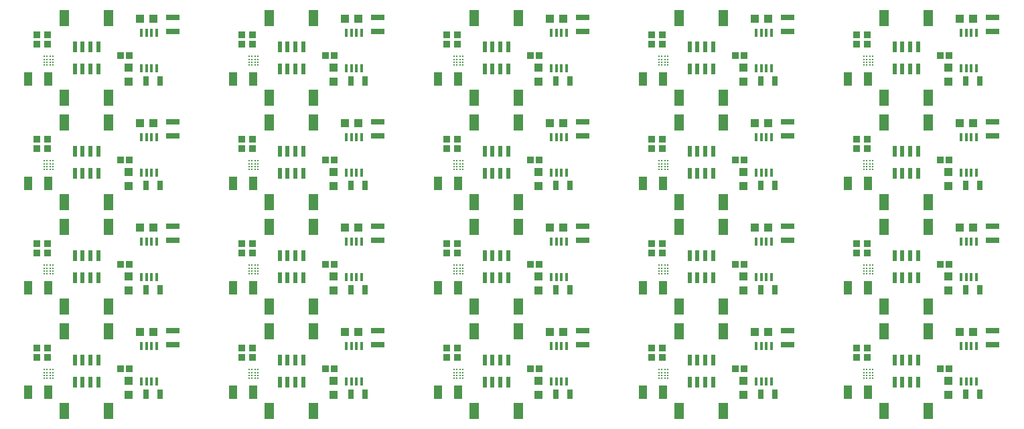
<source format=gtp>
G75*
%MOIN*%
%OFA0B0*%
%FSLAX25Y25*%
%IPPOS*%
%LPD*%
%AMOC8*
5,1,8,0,0,1.08239X$1,22.5*
%
%ADD10R,0.01575X0.04331*%
%ADD11C,0.00866*%
%ADD12R,0.03937X0.07087*%
%ADD13R,0.03937X0.04331*%
%ADD14R,0.03346X0.03543*%
%ADD15R,0.04331X0.03937*%
%ADD16R,0.03150X0.04724*%
%ADD17R,0.07087X0.03150*%
%ADD18R,0.03543X0.03346*%
%ADD19R,0.04724X0.07874*%
%ADD20R,0.02362X0.05315*%
D10*
X0105911Y0048892D03*
X0108470Y0048892D03*
X0111030Y0048892D03*
X0113589Y0048892D03*
X0113589Y0066608D03*
X0111030Y0066608D03*
X0108470Y0066608D03*
X0105911Y0066608D03*
X0105911Y0100892D03*
X0108470Y0100892D03*
X0111030Y0100892D03*
X0113589Y0100892D03*
X0113589Y0118608D03*
X0111030Y0118608D03*
X0108470Y0118608D03*
X0105911Y0118608D03*
X0105911Y0152892D03*
X0108470Y0152892D03*
X0111030Y0152892D03*
X0113589Y0152892D03*
X0113589Y0170608D03*
X0111030Y0170608D03*
X0108470Y0170608D03*
X0105911Y0170608D03*
X0105911Y0204892D03*
X0108470Y0204892D03*
X0111030Y0204892D03*
X0113589Y0204892D03*
X0113589Y0222608D03*
X0111030Y0222608D03*
X0108470Y0222608D03*
X0105911Y0222608D03*
X0207911Y0222608D03*
X0210470Y0222608D03*
X0213030Y0222608D03*
X0215589Y0222608D03*
X0215589Y0204892D03*
X0213030Y0204892D03*
X0210470Y0204892D03*
X0207911Y0204892D03*
X0207911Y0170608D03*
X0210470Y0170608D03*
X0213030Y0170608D03*
X0215589Y0170608D03*
X0215589Y0152892D03*
X0213030Y0152892D03*
X0210470Y0152892D03*
X0207911Y0152892D03*
X0207911Y0118608D03*
X0210470Y0118608D03*
X0213030Y0118608D03*
X0215589Y0118608D03*
X0215589Y0100892D03*
X0213030Y0100892D03*
X0210470Y0100892D03*
X0207911Y0100892D03*
X0207911Y0066608D03*
X0210470Y0066608D03*
X0213030Y0066608D03*
X0215589Y0066608D03*
X0215589Y0048892D03*
X0213030Y0048892D03*
X0210470Y0048892D03*
X0207911Y0048892D03*
X0309911Y0048892D03*
X0312470Y0048892D03*
X0315030Y0048892D03*
X0317589Y0048892D03*
X0317589Y0066608D03*
X0315030Y0066608D03*
X0312470Y0066608D03*
X0309911Y0066608D03*
X0309911Y0100892D03*
X0312470Y0100892D03*
X0315030Y0100892D03*
X0317589Y0100892D03*
X0317589Y0118608D03*
X0315030Y0118608D03*
X0312470Y0118608D03*
X0309911Y0118608D03*
X0309911Y0152892D03*
X0312470Y0152892D03*
X0315030Y0152892D03*
X0317589Y0152892D03*
X0317589Y0170608D03*
X0315030Y0170608D03*
X0312470Y0170608D03*
X0309911Y0170608D03*
X0309911Y0204892D03*
X0312470Y0204892D03*
X0315030Y0204892D03*
X0317589Y0204892D03*
X0317589Y0222608D03*
X0315030Y0222608D03*
X0312470Y0222608D03*
X0309911Y0222608D03*
X0411911Y0222608D03*
X0414470Y0222608D03*
X0417030Y0222608D03*
X0419589Y0222608D03*
X0419589Y0204892D03*
X0417030Y0204892D03*
X0414470Y0204892D03*
X0411911Y0204892D03*
X0411911Y0170608D03*
X0414470Y0170608D03*
X0417030Y0170608D03*
X0419589Y0170608D03*
X0419589Y0152892D03*
X0417030Y0152892D03*
X0414470Y0152892D03*
X0411911Y0152892D03*
X0411911Y0118608D03*
X0414470Y0118608D03*
X0417030Y0118608D03*
X0419589Y0118608D03*
X0419589Y0100892D03*
X0417030Y0100892D03*
X0414470Y0100892D03*
X0411911Y0100892D03*
X0411911Y0066608D03*
X0414470Y0066608D03*
X0417030Y0066608D03*
X0419589Y0066608D03*
X0419589Y0048892D03*
X0417030Y0048892D03*
X0414470Y0048892D03*
X0411911Y0048892D03*
X0513911Y0048892D03*
X0516470Y0048892D03*
X0519030Y0048892D03*
X0521589Y0048892D03*
X0521589Y0066608D03*
X0519030Y0066608D03*
X0516470Y0066608D03*
X0513911Y0066608D03*
X0513911Y0100892D03*
X0516470Y0100892D03*
X0519030Y0100892D03*
X0521589Y0100892D03*
X0521589Y0118608D03*
X0519030Y0118608D03*
X0516470Y0118608D03*
X0513911Y0118608D03*
X0513911Y0152892D03*
X0516470Y0152892D03*
X0519030Y0152892D03*
X0521589Y0152892D03*
X0521589Y0170608D03*
X0519030Y0170608D03*
X0516470Y0170608D03*
X0513911Y0170608D03*
X0513911Y0204892D03*
X0516470Y0204892D03*
X0519030Y0204892D03*
X0521589Y0204892D03*
X0521589Y0222608D03*
X0519030Y0222608D03*
X0516470Y0222608D03*
X0513911Y0222608D03*
D11*
X0469844Y0210789D03*
X0468467Y0210789D03*
X0468467Y0209411D03*
X0469844Y0209411D03*
X0469844Y0208033D03*
X0468467Y0208033D03*
X0468467Y0206656D03*
X0469844Y0206656D03*
X0467089Y0206656D03*
X0467089Y0208033D03*
X0465711Y0208033D03*
X0465711Y0206656D03*
X0465711Y0209411D03*
X0467089Y0209411D03*
X0467089Y0210789D03*
X0465711Y0210789D03*
X0367844Y0210789D03*
X0366467Y0210789D03*
X0366467Y0209411D03*
X0367844Y0209411D03*
X0367844Y0208033D03*
X0366467Y0208033D03*
X0366467Y0206656D03*
X0367844Y0206656D03*
X0365089Y0206656D03*
X0365089Y0208033D03*
X0363711Y0208033D03*
X0363711Y0206656D03*
X0363711Y0209411D03*
X0365089Y0209411D03*
X0365089Y0210789D03*
X0363711Y0210789D03*
X0265844Y0210789D03*
X0264467Y0210789D03*
X0264467Y0209411D03*
X0265844Y0209411D03*
X0265844Y0208033D03*
X0264467Y0208033D03*
X0264467Y0206656D03*
X0265844Y0206656D03*
X0263089Y0206656D03*
X0263089Y0208033D03*
X0261711Y0208033D03*
X0261711Y0206656D03*
X0261711Y0209411D03*
X0263089Y0209411D03*
X0263089Y0210789D03*
X0261711Y0210789D03*
X0163844Y0210789D03*
X0162467Y0210789D03*
X0162467Y0209411D03*
X0163844Y0209411D03*
X0163844Y0208033D03*
X0162467Y0208033D03*
X0162467Y0206656D03*
X0163844Y0206656D03*
X0161089Y0206656D03*
X0161089Y0208033D03*
X0159711Y0208033D03*
X0159711Y0206656D03*
X0159711Y0209411D03*
X0161089Y0209411D03*
X0161089Y0210789D03*
X0159711Y0210789D03*
X0061844Y0210789D03*
X0060467Y0210789D03*
X0060467Y0209411D03*
X0061844Y0209411D03*
X0061844Y0208033D03*
X0060467Y0208033D03*
X0060467Y0206656D03*
X0061844Y0206656D03*
X0059089Y0206656D03*
X0059089Y0208033D03*
X0057711Y0208033D03*
X0057711Y0206656D03*
X0057711Y0209411D03*
X0059089Y0209411D03*
X0059089Y0210789D03*
X0057711Y0210789D03*
X0057711Y0158789D03*
X0059089Y0158789D03*
X0060467Y0158789D03*
X0061844Y0158789D03*
X0061844Y0157411D03*
X0060467Y0157411D03*
X0060467Y0156033D03*
X0061844Y0156033D03*
X0061844Y0154656D03*
X0060467Y0154656D03*
X0059089Y0154656D03*
X0059089Y0156033D03*
X0057711Y0156033D03*
X0057711Y0154656D03*
X0057711Y0157411D03*
X0059089Y0157411D03*
X0159711Y0157411D03*
X0159711Y0156033D03*
X0159711Y0154656D03*
X0161089Y0154656D03*
X0161089Y0156033D03*
X0162467Y0156033D03*
X0163844Y0156033D03*
X0163844Y0154656D03*
X0162467Y0154656D03*
X0162467Y0157411D03*
X0163844Y0157411D03*
X0163844Y0158789D03*
X0162467Y0158789D03*
X0161089Y0158789D03*
X0161089Y0157411D03*
X0159711Y0158789D03*
X0261711Y0158789D03*
X0261711Y0157411D03*
X0261711Y0156033D03*
X0261711Y0154656D03*
X0263089Y0154656D03*
X0263089Y0156033D03*
X0264467Y0156033D03*
X0265844Y0156033D03*
X0265844Y0154656D03*
X0264467Y0154656D03*
X0264467Y0157411D03*
X0265844Y0157411D03*
X0265844Y0158789D03*
X0264467Y0158789D03*
X0263089Y0158789D03*
X0263089Y0157411D03*
X0363711Y0157411D03*
X0363711Y0156033D03*
X0363711Y0154656D03*
X0365089Y0154656D03*
X0365089Y0156033D03*
X0366467Y0156033D03*
X0367844Y0156033D03*
X0367844Y0154656D03*
X0366467Y0154656D03*
X0366467Y0157411D03*
X0367844Y0157411D03*
X0367844Y0158789D03*
X0366467Y0158789D03*
X0365089Y0158789D03*
X0365089Y0157411D03*
X0363711Y0158789D03*
X0465711Y0158789D03*
X0465711Y0157411D03*
X0465711Y0156033D03*
X0465711Y0154656D03*
X0467089Y0154656D03*
X0467089Y0156033D03*
X0468467Y0156033D03*
X0469844Y0156033D03*
X0469844Y0154656D03*
X0468467Y0154656D03*
X0468467Y0157411D03*
X0469844Y0157411D03*
X0469844Y0158789D03*
X0468467Y0158789D03*
X0467089Y0158789D03*
X0467089Y0157411D03*
X0467089Y0106789D03*
X0468467Y0106789D03*
X0469844Y0106789D03*
X0469844Y0105411D03*
X0468467Y0105411D03*
X0468467Y0104033D03*
X0469844Y0104033D03*
X0469844Y0102656D03*
X0468467Y0102656D03*
X0467089Y0102656D03*
X0467089Y0104033D03*
X0465711Y0104033D03*
X0465711Y0102656D03*
X0465711Y0105411D03*
X0467089Y0105411D03*
X0465711Y0106789D03*
X0367844Y0106789D03*
X0366467Y0106789D03*
X0366467Y0105411D03*
X0367844Y0105411D03*
X0367844Y0104033D03*
X0366467Y0104033D03*
X0366467Y0102656D03*
X0367844Y0102656D03*
X0365089Y0102656D03*
X0365089Y0104033D03*
X0363711Y0104033D03*
X0363711Y0102656D03*
X0363711Y0105411D03*
X0365089Y0105411D03*
X0365089Y0106789D03*
X0363711Y0106789D03*
X0265844Y0106789D03*
X0264467Y0106789D03*
X0264467Y0105411D03*
X0265844Y0105411D03*
X0265844Y0104033D03*
X0264467Y0104033D03*
X0264467Y0102656D03*
X0265844Y0102656D03*
X0263089Y0102656D03*
X0263089Y0104033D03*
X0261711Y0104033D03*
X0261711Y0102656D03*
X0261711Y0105411D03*
X0263089Y0105411D03*
X0263089Y0106789D03*
X0261711Y0106789D03*
X0163844Y0106789D03*
X0162467Y0106789D03*
X0162467Y0105411D03*
X0163844Y0105411D03*
X0163844Y0104033D03*
X0162467Y0104033D03*
X0162467Y0102656D03*
X0163844Y0102656D03*
X0161089Y0102656D03*
X0161089Y0104033D03*
X0159711Y0104033D03*
X0159711Y0102656D03*
X0159711Y0105411D03*
X0161089Y0105411D03*
X0161089Y0106789D03*
X0159711Y0106789D03*
X0061844Y0106789D03*
X0060467Y0106789D03*
X0060467Y0105411D03*
X0061844Y0105411D03*
X0061844Y0104033D03*
X0060467Y0104033D03*
X0060467Y0102656D03*
X0061844Y0102656D03*
X0059089Y0102656D03*
X0059089Y0104033D03*
X0057711Y0104033D03*
X0057711Y0102656D03*
X0057711Y0105411D03*
X0059089Y0105411D03*
X0059089Y0106789D03*
X0057711Y0106789D03*
X0057711Y0054789D03*
X0059089Y0054789D03*
X0060467Y0054789D03*
X0061844Y0054789D03*
X0061844Y0053411D03*
X0060467Y0053411D03*
X0060467Y0052033D03*
X0061844Y0052033D03*
X0061844Y0050656D03*
X0060467Y0050656D03*
X0059089Y0050656D03*
X0059089Y0052033D03*
X0057711Y0052033D03*
X0057711Y0050656D03*
X0057711Y0053411D03*
X0059089Y0053411D03*
X0159711Y0053411D03*
X0159711Y0052033D03*
X0159711Y0050656D03*
X0161089Y0050656D03*
X0161089Y0052033D03*
X0162467Y0052033D03*
X0163844Y0052033D03*
X0163844Y0050656D03*
X0162467Y0050656D03*
X0162467Y0053411D03*
X0163844Y0053411D03*
X0163844Y0054789D03*
X0162467Y0054789D03*
X0161089Y0054789D03*
X0161089Y0053411D03*
X0159711Y0054789D03*
X0261711Y0054789D03*
X0261711Y0053411D03*
X0261711Y0052033D03*
X0261711Y0050656D03*
X0263089Y0050656D03*
X0263089Y0052033D03*
X0264467Y0052033D03*
X0265844Y0052033D03*
X0265844Y0050656D03*
X0264467Y0050656D03*
X0264467Y0053411D03*
X0265844Y0053411D03*
X0265844Y0054789D03*
X0264467Y0054789D03*
X0263089Y0054789D03*
X0263089Y0053411D03*
X0363711Y0053411D03*
X0363711Y0052033D03*
X0363711Y0050656D03*
X0365089Y0050656D03*
X0365089Y0052033D03*
X0366467Y0052033D03*
X0367844Y0052033D03*
X0367844Y0050656D03*
X0366467Y0050656D03*
X0366467Y0053411D03*
X0367844Y0053411D03*
X0367844Y0054789D03*
X0366467Y0054789D03*
X0365089Y0054789D03*
X0365089Y0053411D03*
X0363711Y0054789D03*
X0465711Y0054789D03*
X0465711Y0053411D03*
X0465711Y0052033D03*
X0465711Y0050656D03*
X0467089Y0050656D03*
X0467089Y0052033D03*
X0468467Y0052033D03*
X0469844Y0052033D03*
X0469844Y0050656D03*
X0468467Y0050656D03*
X0468467Y0053411D03*
X0469844Y0053411D03*
X0469844Y0054789D03*
X0468467Y0054789D03*
X0467089Y0054789D03*
X0467089Y0053411D03*
D12*
X0467571Y0043750D03*
X0457729Y0043750D03*
X0365571Y0043750D03*
X0355729Y0043750D03*
X0263571Y0043750D03*
X0253729Y0043750D03*
X0161571Y0043750D03*
X0151729Y0043750D03*
X0059571Y0043750D03*
X0049729Y0043750D03*
X0049729Y0095750D03*
X0059571Y0095750D03*
X0151729Y0095750D03*
X0161571Y0095750D03*
X0253729Y0095750D03*
X0263571Y0095750D03*
X0355729Y0095750D03*
X0365571Y0095750D03*
X0457729Y0095750D03*
X0467571Y0095750D03*
X0467571Y0147750D03*
X0457729Y0147750D03*
X0365571Y0147750D03*
X0355729Y0147750D03*
X0263571Y0147750D03*
X0253729Y0147750D03*
X0161571Y0147750D03*
X0151729Y0147750D03*
X0059571Y0147750D03*
X0049729Y0147750D03*
X0049729Y0199750D03*
X0059571Y0199750D03*
X0151729Y0199750D03*
X0161571Y0199750D03*
X0253729Y0199750D03*
X0263571Y0199750D03*
X0355729Y0199750D03*
X0365571Y0199750D03*
X0457729Y0199750D03*
X0467571Y0199750D03*
D13*
X0507750Y0198404D03*
X0507750Y0205096D03*
X0405750Y0205096D03*
X0405750Y0198404D03*
X0405750Y0153096D03*
X0405750Y0146404D03*
X0405750Y0101096D03*
X0405750Y0094404D03*
X0405750Y0049096D03*
X0405750Y0042404D03*
X0303750Y0042404D03*
X0303750Y0049096D03*
X0303750Y0094404D03*
X0303750Y0101096D03*
X0303750Y0146404D03*
X0303750Y0153096D03*
X0303750Y0198404D03*
X0303750Y0205096D03*
X0201750Y0205096D03*
X0201750Y0198404D03*
X0201750Y0153096D03*
X0201750Y0146404D03*
X0201750Y0101096D03*
X0201750Y0094404D03*
X0201750Y0049096D03*
X0201750Y0042404D03*
X0099750Y0042404D03*
X0099750Y0049096D03*
X0099750Y0094404D03*
X0099750Y0101096D03*
X0099750Y0146404D03*
X0099750Y0153096D03*
X0099750Y0198404D03*
X0099750Y0205096D03*
X0507750Y0153096D03*
X0507750Y0146404D03*
X0507750Y0101096D03*
X0507750Y0094404D03*
X0507750Y0049096D03*
X0507750Y0042404D03*
D14*
X0508053Y0055090D03*
X0503487Y0055090D03*
X0406053Y0055090D03*
X0401487Y0055090D03*
X0304053Y0055090D03*
X0299487Y0055090D03*
X0202053Y0055090D03*
X0197487Y0055090D03*
X0100053Y0055090D03*
X0095487Y0055090D03*
X0095487Y0107090D03*
X0100053Y0107090D03*
X0197487Y0107090D03*
X0202053Y0107090D03*
X0299487Y0107090D03*
X0304053Y0107090D03*
X0401487Y0107090D03*
X0406053Y0107090D03*
X0503487Y0107090D03*
X0508053Y0107090D03*
X0508053Y0159090D03*
X0503487Y0159090D03*
X0406053Y0159090D03*
X0401487Y0159090D03*
X0304053Y0159090D03*
X0299487Y0159090D03*
X0202053Y0159090D03*
X0197487Y0159090D03*
X0100053Y0159090D03*
X0095487Y0159090D03*
X0095487Y0211090D03*
X0100053Y0211090D03*
X0197487Y0211090D03*
X0202053Y0211090D03*
X0299487Y0211090D03*
X0304053Y0211090D03*
X0401487Y0211090D03*
X0406053Y0211090D03*
X0503487Y0211090D03*
X0508053Y0211090D03*
D15*
X0513404Y0229750D03*
X0520096Y0229750D03*
X0418096Y0229750D03*
X0411404Y0229750D03*
X0316096Y0229750D03*
X0309404Y0229750D03*
X0214096Y0229750D03*
X0207404Y0229750D03*
X0112096Y0229750D03*
X0105404Y0229750D03*
X0105404Y0177750D03*
X0112096Y0177750D03*
X0207404Y0177750D03*
X0214096Y0177750D03*
X0309404Y0177750D03*
X0316096Y0177750D03*
X0411404Y0177750D03*
X0418096Y0177750D03*
X0513404Y0177750D03*
X0520096Y0177750D03*
X0520096Y0125750D03*
X0513404Y0125750D03*
X0418096Y0125750D03*
X0411404Y0125750D03*
X0316096Y0125750D03*
X0309404Y0125750D03*
X0214096Y0125750D03*
X0207404Y0125750D03*
X0112096Y0125750D03*
X0105404Y0125750D03*
X0105404Y0073750D03*
X0112096Y0073750D03*
X0207404Y0073750D03*
X0214096Y0073750D03*
X0309404Y0073750D03*
X0316096Y0073750D03*
X0411404Y0073750D03*
X0418096Y0073750D03*
X0513404Y0073750D03*
X0520096Y0073750D03*
D16*
X0523293Y0094750D03*
X0516207Y0094750D03*
X0421293Y0094750D03*
X0414207Y0094750D03*
X0319293Y0094750D03*
X0312207Y0094750D03*
X0217293Y0094750D03*
X0210207Y0094750D03*
X0115293Y0094750D03*
X0108207Y0094750D03*
X0108207Y0042750D03*
X0115293Y0042750D03*
X0210207Y0042750D03*
X0217293Y0042750D03*
X0312207Y0042750D03*
X0319293Y0042750D03*
X0414207Y0042750D03*
X0421293Y0042750D03*
X0516207Y0042750D03*
X0523293Y0042750D03*
X0523293Y0146750D03*
X0516207Y0146750D03*
X0421293Y0146750D03*
X0414207Y0146750D03*
X0319293Y0146750D03*
X0312207Y0146750D03*
X0217293Y0146750D03*
X0210207Y0146750D03*
X0115293Y0146750D03*
X0108207Y0146750D03*
X0108207Y0198750D03*
X0115293Y0198750D03*
X0210207Y0198750D03*
X0217293Y0198750D03*
X0312207Y0198750D03*
X0319293Y0198750D03*
X0414207Y0198750D03*
X0421293Y0198750D03*
X0516207Y0198750D03*
X0523293Y0198750D03*
D17*
X0529750Y0178293D03*
X0529750Y0171207D03*
X0529750Y0126293D03*
X0529750Y0119207D03*
X0529750Y0074293D03*
X0529750Y0067207D03*
X0427750Y0067207D03*
X0427750Y0074293D03*
X0427750Y0119207D03*
X0427750Y0126293D03*
X0427750Y0171207D03*
X0427750Y0178293D03*
X0427750Y0223207D03*
X0427750Y0230293D03*
X0325750Y0230293D03*
X0325750Y0223207D03*
X0325750Y0178293D03*
X0325750Y0171207D03*
X0325750Y0126293D03*
X0325750Y0119207D03*
X0325750Y0074293D03*
X0325750Y0067207D03*
X0223750Y0067207D03*
X0223750Y0074293D03*
X0223750Y0119207D03*
X0223750Y0126293D03*
X0223750Y0171207D03*
X0223750Y0178293D03*
X0223750Y0223207D03*
X0223750Y0230293D03*
X0121750Y0230293D03*
X0121750Y0223207D03*
X0121750Y0178293D03*
X0121750Y0171207D03*
X0121750Y0126293D03*
X0121750Y0119207D03*
X0121750Y0074293D03*
X0121750Y0067207D03*
X0529750Y0223207D03*
X0529750Y0230293D03*
D18*
X0467250Y0221433D03*
X0461870Y0221453D03*
X0461870Y0216887D03*
X0467250Y0216867D03*
X0467250Y0169433D03*
X0467250Y0164867D03*
X0461870Y0164887D03*
X0461870Y0169453D03*
X0365250Y0169433D03*
X0365250Y0164867D03*
X0359870Y0164887D03*
X0359870Y0169453D03*
X0263250Y0169433D03*
X0263250Y0164867D03*
X0257870Y0164887D03*
X0257870Y0169453D03*
X0161250Y0169433D03*
X0161250Y0164867D03*
X0155870Y0164887D03*
X0155870Y0169453D03*
X0059250Y0169433D03*
X0059250Y0164867D03*
X0053870Y0164887D03*
X0053870Y0169453D03*
X0053870Y0216887D03*
X0059250Y0216867D03*
X0059250Y0221433D03*
X0053870Y0221453D03*
X0155870Y0221453D03*
X0161250Y0221433D03*
X0161250Y0216867D03*
X0155870Y0216887D03*
X0257870Y0216887D03*
X0263250Y0216867D03*
X0263250Y0221433D03*
X0257870Y0221453D03*
X0359870Y0221453D03*
X0365250Y0221433D03*
X0365250Y0216867D03*
X0359870Y0216887D03*
X0359870Y0117453D03*
X0359870Y0112887D03*
X0365250Y0112867D03*
X0365250Y0117433D03*
X0461870Y0117453D03*
X0461870Y0112887D03*
X0467250Y0112867D03*
X0467250Y0117433D03*
X0467250Y0065433D03*
X0467250Y0060867D03*
X0461870Y0060887D03*
X0461870Y0065453D03*
X0365250Y0065433D03*
X0365250Y0060867D03*
X0359870Y0060887D03*
X0359870Y0065453D03*
X0263250Y0065433D03*
X0263250Y0060867D03*
X0257870Y0060887D03*
X0257870Y0065453D03*
X0161250Y0065433D03*
X0161250Y0060867D03*
X0155870Y0060887D03*
X0155870Y0065453D03*
X0059250Y0065433D03*
X0059250Y0060867D03*
X0053870Y0060887D03*
X0053870Y0065453D03*
X0053870Y0112887D03*
X0053870Y0117453D03*
X0059250Y0117433D03*
X0059250Y0112867D03*
X0155870Y0112887D03*
X0155870Y0117453D03*
X0161250Y0117433D03*
X0161250Y0112867D03*
X0257870Y0112887D03*
X0257870Y0117453D03*
X0263250Y0117433D03*
X0263250Y0112867D03*
D19*
X0067726Y0034281D03*
X0089774Y0034281D03*
X0169726Y0034281D03*
X0191774Y0034281D03*
X0191774Y0073919D03*
X0169726Y0073919D03*
X0169726Y0086281D03*
X0191774Y0086281D03*
X0191774Y0125919D03*
X0169726Y0125919D03*
X0169726Y0138281D03*
X0191774Y0138281D03*
X0191774Y0177919D03*
X0169726Y0177919D03*
X0169726Y0190281D03*
X0191774Y0190281D03*
X0191774Y0229919D03*
X0169726Y0229919D03*
X0089774Y0229919D03*
X0067726Y0229919D03*
X0067726Y0190281D03*
X0067726Y0177919D03*
X0089774Y0177919D03*
X0089774Y0190281D03*
X0089774Y0138281D03*
X0089774Y0125919D03*
X0067726Y0125919D03*
X0067726Y0138281D03*
X0067726Y0086281D03*
X0067726Y0073919D03*
X0089774Y0073919D03*
X0089774Y0086281D03*
X0271726Y0086281D03*
X0293774Y0086281D03*
X0293774Y0073919D03*
X0271726Y0073919D03*
X0271726Y0034281D03*
X0293774Y0034281D03*
X0373726Y0034281D03*
X0395774Y0034281D03*
X0395774Y0073919D03*
X0373726Y0073919D03*
X0373726Y0086281D03*
X0395774Y0086281D03*
X0395774Y0125919D03*
X0373726Y0125919D03*
X0373726Y0138281D03*
X0395774Y0138281D03*
X0395774Y0177919D03*
X0373726Y0177919D03*
X0373726Y0190281D03*
X0395774Y0190281D03*
X0395774Y0229919D03*
X0373726Y0229919D03*
X0293774Y0229919D03*
X0271726Y0229919D03*
X0271726Y0190281D03*
X0293774Y0190281D03*
X0293774Y0177919D03*
X0271726Y0177919D03*
X0271726Y0138281D03*
X0293774Y0138281D03*
X0293774Y0125919D03*
X0271726Y0125919D03*
X0475726Y0125919D03*
X0497774Y0125919D03*
X0497774Y0138281D03*
X0475726Y0138281D03*
X0475726Y0177919D03*
X0497774Y0177919D03*
X0497774Y0190281D03*
X0475726Y0190281D03*
X0475726Y0229919D03*
X0497774Y0229919D03*
X0497774Y0086281D03*
X0475726Y0086281D03*
X0475726Y0073919D03*
X0497774Y0073919D03*
X0497774Y0034281D03*
X0475726Y0034281D03*
D20*
X0480844Y0048750D03*
X0484781Y0048750D03*
X0488719Y0048750D03*
X0492656Y0048750D03*
X0492656Y0059450D03*
X0488719Y0059450D03*
X0484781Y0059450D03*
X0480844Y0059450D03*
X0480844Y0100750D03*
X0484781Y0100750D03*
X0488719Y0100750D03*
X0492656Y0100750D03*
X0492656Y0111450D03*
X0488719Y0111450D03*
X0484781Y0111450D03*
X0480844Y0111450D03*
X0480844Y0152750D03*
X0484781Y0152750D03*
X0488719Y0152750D03*
X0492656Y0152750D03*
X0492656Y0163450D03*
X0488719Y0163450D03*
X0484781Y0163450D03*
X0480844Y0163450D03*
X0480844Y0204750D03*
X0484781Y0204750D03*
X0488719Y0204750D03*
X0492656Y0204750D03*
X0492656Y0215450D03*
X0488719Y0215450D03*
X0484781Y0215450D03*
X0480844Y0215450D03*
X0390656Y0215450D03*
X0386719Y0215450D03*
X0382781Y0215450D03*
X0378844Y0215450D03*
X0378844Y0204750D03*
X0382781Y0204750D03*
X0386719Y0204750D03*
X0390656Y0204750D03*
X0390656Y0163450D03*
X0386719Y0163450D03*
X0382781Y0163450D03*
X0378844Y0163450D03*
X0378844Y0152750D03*
X0382781Y0152750D03*
X0386719Y0152750D03*
X0390656Y0152750D03*
X0390656Y0111450D03*
X0386719Y0111450D03*
X0382781Y0111450D03*
X0378844Y0111450D03*
X0378844Y0100750D03*
X0382781Y0100750D03*
X0386719Y0100750D03*
X0390656Y0100750D03*
X0390656Y0059450D03*
X0386719Y0059450D03*
X0382781Y0059450D03*
X0378844Y0059450D03*
X0378844Y0048750D03*
X0382781Y0048750D03*
X0386719Y0048750D03*
X0390656Y0048750D03*
X0288656Y0048750D03*
X0284719Y0048750D03*
X0280781Y0048750D03*
X0276844Y0048750D03*
X0276844Y0059450D03*
X0280781Y0059450D03*
X0284719Y0059450D03*
X0288656Y0059450D03*
X0288656Y0100750D03*
X0284719Y0100750D03*
X0280781Y0100750D03*
X0276844Y0100750D03*
X0276844Y0111450D03*
X0280781Y0111450D03*
X0284719Y0111450D03*
X0288656Y0111450D03*
X0288656Y0152750D03*
X0284719Y0152750D03*
X0280781Y0152750D03*
X0276844Y0152750D03*
X0276844Y0163450D03*
X0280781Y0163450D03*
X0284719Y0163450D03*
X0288656Y0163450D03*
X0288656Y0204750D03*
X0284719Y0204750D03*
X0280781Y0204750D03*
X0276844Y0204750D03*
X0276844Y0215450D03*
X0280781Y0215450D03*
X0284719Y0215450D03*
X0288656Y0215450D03*
X0186656Y0215450D03*
X0182719Y0215450D03*
X0178781Y0215450D03*
X0174844Y0215450D03*
X0174844Y0204750D03*
X0178781Y0204750D03*
X0182719Y0204750D03*
X0186656Y0204750D03*
X0186656Y0163450D03*
X0182719Y0163450D03*
X0178781Y0163450D03*
X0174844Y0163450D03*
X0174844Y0152750D03*
X0178781Y0152750D03*
X0182719Y0152750D03*
X0186656Y0152750D03*
X0186656Y0111450D03*
X0182719Y0111450D03*
X0178781Y0111450D03*
X0174844Y0111450D03*
X0174844Y0100750D03*
X0178781Y0100750D03*
X0182719Y0100750D03*
X0186656Y0100750D03*
X0186656Y0059450D03*
X0182719Y0059450D03*
X0178781Y0059450D03*
X0174844Y0059450D03*
X0174844Y0048750D03*
X0178781Y0048750D03*
X0182719Y0048750D03*
X0186656Y0048750D03*
X0084656Y0048750D03*
X0080719Y0048750D03*
X0076781Y0048750D03*
X0072844Y0048750D03*
X0072844Y0059450D03*
X0076781Y0059450D03*
X0080719Y0059450D03*
X0084656Y0059450D03*
X0084656Y0100750D03*
X0080719Y0100750D03*
X0076781Y0100750D03*
X0072844Y0100750D03*
X0072844Y0111450D03*
X0076781Y0111450D03*
X0080719Y0111450D03*
X0084656Y0111450D03*
X0084656Y0152750D03*
X0080719Y0152750D03*
X0076781Y0152750D03*
X0072844Y0152750D03*
X0072844Y0163450D03*
X0076781Y0163450D03*
X0080719Y0163450D03*
X0084656Y0163450D03*
X0084656Y0204750D03*
X0080719Y0204750D03*
X0076781Y0204750D03*
X0072844Y0204750D03*
X0072844Y0215450D03*
X0076781Y0215450D03*
X0080719Y0215450D03*
X0084656Y0215450D03*
M02*

</source>
